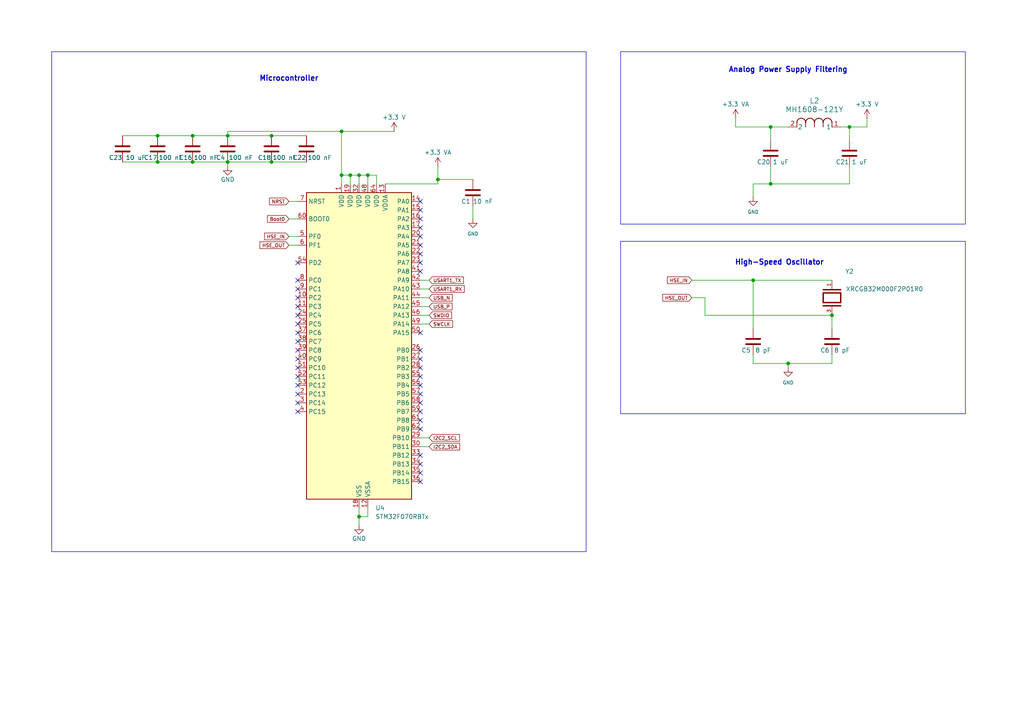
<source format=kicad_sch>
(kicad_sch (version 20231120) (generator "eeschema") (generator_version "8.0")
  (paper "A4")
  (title_block (title "Test1") (date "2024-04-30") (rev "v1") (company "InFlynn Technologies"))
  (lib_symbols
    (symbol "Device:C" (pin_numbers hide) (pin_names (offset 0.254))
      (property "Reference" "C" (at 0.635 2.54 0))
      (property "Value" "C" (at 0.635 -2.54 0))
      (symbol "C_0_1"
        (polyline (pts (xy -2.032 -0.762) (xy 2.032 -0.762)) (stroke (width 0.508)))
        (polyline (pts (xy -2.032 0.762) (xy 2.032 0.762)) (stroke (width 0.508)))
      )
      (symbol "C_1_1"
        (pin passive line (at 0 3.81 270) (length 2.794) (name "~") (number "1"))
        (pin passive line (at 0 -3.81 90) (length 2.794) (name "~") (number "2"))
      )
    )
    (symbol "MCU_ST_STM32F0:STM32F070RBTx"
      (property "Reference" "U" (at -15.24 46.99 0))
      (property "Value" "STM32F070RBTx" (at 10.16 46.99 0))
      (symbol "STM32F070RBTx_0_1"
        (rectangle (start -15.24 -43.18) (end 15.24 45.72) (stroke (width 0.254)) (fill (type background)))
      )
      (symbol "STM32F070RBTx_1_1"
        (pin power_in line (at -5.08 48.26 270) (length 2.54) (name "VDD") (number "1"))
        (pin bidirectional line (at -17.78 15.24 0) (length 2.54) (name "PC2") (number "10"))
        (pin bidirectional line (at -17.78 12.7 0) (length 2.54) (name "PC3") (number "11"))
        (pin power_in line (at 2.54 -45.72 90) (length 2.54) (name "VSSA") (number "12"))
        (pin power_in line (at 7.62 48.26 270) (length 2.54) (name "VDDA") (number "13"))
        (pin bidirectional line (at 17.78 43.18 180) (length 2.54) (name "PA0") (number "14"))
        (pin bidirectional line (at 17.78 40.64 180) (length 2.54) (name "PA1") (number "15"))
        (pin bidirectional line (at 17.78 38.1 180) (length 2.54) (name "PA2") (number "16"))
        (pin bidirectional line (at 17.78 35.56 180) (length 2.54) (name "PA3") (number "17"))
        (pin power_in line (at 0 -45.72 90) (length 2.54) (name "VSS") (number "18"))
        (pin power_in line (at -2.54 48.26 270) (length 2.54) (name "VDD") (number "19"))
        (pin bidirectional line (at -17.78 -12.7 0) (length 2.54) (name "PC13") (number "2"))
        (pin bidirectional line (at 17.78 33.02 180) (length 2.54) (name "PA4") (number "20"))
        (pin bidirectional line (at 17.78 30.48 180) (length 2.54) (name "PA5") (number "21"))
        (pin bidirectional line (at 17.78 27.94 180) (length 2.54) (name "PA6") (number "22"))
        (pin bidirectional line (at 17.78 25.4 180) (length 2.54) (name "PA7") (number "23"))
        (pin bidirectional line (at -17.78 10.16 0) (length 2.54) (name "PC4") (number "24"))
        (pin bidirectional line (at -17.78 7.62 0) (length 2.54) (name "PC5") (number "25"))
        (pin bidirectional line (at 17.78 0 180) (length 2.54) (name "PB0") (number "26"))
        (pin bidirectional line (at 17.78 -2.54 180) (length 2.54) (name "PB1") (number "27"))
        (pin bidirectional line (at 17.78 -5.08 180) (length 2.54) (name "PB2") (number "28"))
        (pin bidirectional line (at 17.78 -25.4 180) (length 2.54) (name "PB10") (number "29"))
        (pin bidirectional line (at -17.78 -15.24 0) (length 2.54) (name "PC14") (number "3"))
        (pin bidirectional line (at 17.78 -27.94 180) (length 2.54) (name "PB11") (number "30"))
        (pin passive line (at 0 -45.72 90) (length 2.54) hide (name "VSS") (number "31"))
        (pin power_in line (at 0 48.26 270) (length 2.54) (name "VDD") (number "32"))
        (pin bidirectional line (at 17.78 -30.48 180) (length 2.54) (name "PB12") (number "33"))
        (pin bidirectional line (at 17.78 -33.02 180) (length 2.54) (name "PB13") (number "34"))
        (pin bidirectional line (at 17.78 -35.56 180) (length 2.54) (name "PB14") (number "35"))
        (pin bidirectional line (at 17.78 -38.1 180) (length 2.54) (name "PB15") (number "36"))
        (pin bidirectional line (at -17.78 5.08 0) (length 2.54) (name "PC6") (number "37"))
        (pin bidirectional line (at -17.78 2.54 0) (length 2.54) (name "PC7") (number "38"))
        (pin bidirectional line (at -17.78 0 0) (length 2.54) (name "PC8") (number "39"))
        (pin bidirectional line (at -17.78 -17.78 0) (length 2.54) (name "PC15") (number "4"))
        (pin bidirectional line (at -17.78 -2.54 0) (length 2.54) (name "PC9") (number "40"))
        (pin bidirectional line (at 17.78 22.86 180) (length 2.54) (name "PA8") (number "41"))
        (pin bidirectional line (at 17.78 20.32 180) (length 2.54) (name "PA9") (number "42"))
        (pin bidirectional line (at 17.78 17.78 180) (length 2.54) (name "PA10") (number "43"))
        (pin bidirectional line (at 17.78 15.24 180) (length 2.54) (name "PA11") (number "44"))
        (pin bidirectional line (at 17.78 12.7 180) (length 2.54) (name "PA12") (number "45"))
        (pin bidirectional line (at 17.78 10.16 180) (length 2.54) (name "PA13") (number "46"))
        (pin passive line (at 0 -45.72 90) (length 2.54) hide (name "VSS") (number "47"))
        (pin power_in line (at 2.54 48.26 270) (length 2.54) (name "VDD") (number "48"))
        (pin bidirectional line (at 17.78 7.62 180) (length 2.54) (name "PA14") (number "49"))
        (pin bidirectional line (at -17.78 33.02 0) (length 2.54) (name "PF0") (number "5"))
        (pin bidirectional line (at 17.78 5.08 180) (length 2.54) (name "PA15") (number "50"))
        (pin bidirectional line (at -17.78 -5.08 0) (length 2.54) (name "PC10") (number "51"))
        (pin bidirectional line (at -17.78 -7.62 0) (length 2.54) (name "PC11") (number "52"))
        (pin bidirectional line (at -17.78 -10.16 0) (length 2.54) (name "PC12") (number "53"))
        (pin bidirectional line (at -17.78 25.4 0) (length 2.54) (name "PD2") (number "54"))
        (pin bidirectional line (at 17.78 -7.62 180) (length 2.54) (name "PB3") (number "55"))
        (pin bidirectional line (at 17.78 -10.16 180) (length 2.54) (name "PB4") (number "56"))
        (pin bidirectional line (at 17.78 -12.7 180) (length 2.54) (name "PB5") (number "57"))
        (pin bidirectional line (at 17.78 -15.24 180) (length 2.54) (name "PB6") (number "58"))
        (pin bidirectional line (at 17.78 -17.78 180) (length 2.54) (name "PB7") (number "59"))
        (pin bidirectional line (at -17.78 30.48 0) (length 2.54) (name "PF1") (number "6"))
        (pin input line (at -17.78 38.1 0) (length 2.54) (name "BOOT0") (number "60"))
        (pin bidirectional line (at 17.78 -20.32 180) (length 2.54) (name "PB8") (number "61"))
        (pin bidirectional line (at 17.78 -22.86 180) (length 2.54) (name "PB9") (number "62"))
        (pin passive line (at 0 -45.72 90) (length 2.54) hide (name "VSS") (number "63"))
        (pin power_in line (at 5.08 48.26 270) (length 2.54) (name "VDD") (number "64"))
        (pin input line (at -17.78 43.18 0) (length 2.54) (name "NRST") (number "7"))
        (pin bidirectional line (at -17.78 20.32 0) (length 2.54) (name "PC0") (number "8"))
        (pin bidirectional line (at -17.78 17.78 0) (length 2.54) (name "PC1") (number "9"))
      )
    )
    (symbol "MH1608_121Y:MH1608-121Y" (pin_names (offset 0.254))
      (property "Reference" "L2" (at 7.62 7.62 0))
      (property "Value" "MH1608-121Y" (at 7.62 5.08 0))
      (symbol "MH1608-121Y_1_1"
        (polyline (pts (xy 2.54 0) (xy 2.54 1.27)) (stroke (width 0.2032)))
        (polyline (pts (xy 5.08 0) (xy 5.08 1.27)) (stroke (width 0.2032)))
        (polyline (pts (xy 7.62 0) (xy 7.62 1.27)) (stroke (width 0.2032)))
        (polyline (pts (xy 10.16 0) (xy 10.16 1.27)) (stroke (width 0.2032)))
        (polyline (pts (xy 12.7 0) (xy 12.7 1.27)) (stroke (width 0.2032)))
        (arc (start 5.08 1.27) (mid 3.81 2.5344) (end 2.54 1.27) (stroke (width 0.254)))
        (arc (start 7.62 1.27) (mid 6.35 2.5344) (end 5.08 1.27) (stroke (width 0.254)))
        (arc (start 10.16 1.27) (mid 8.89 2.5344) (end 7.62 1.27) (stroke (width 0.254)))
        (arc (start 12.7 1.27) (mid 11.43 2.5344) (end 10.16 1.27) (stroke (width 0.254)))
        (pin passive line (at 15.24 0 180) (length 2.54) (name "1") (number "1"))
        (pin passive line (at 0 0 0) (length 2.54) (name "2") (number "2"))
      )
      (symbol "MH1608-121Y_1_2"
        (arc (start -1.27 5.08) (mid -2.5344 3.81) (end -1.27 2.54) (stroke (width 0.254)))
        (arc (start -1.27 7.62) (mid -2.5344 6.35) (end -1.27 5.08) (stroke (width 0.254)))
        (arc (start -1.27 10.16) (mid -2.5344 8.89) (end -1.27 7.62) (stroke (width 0.254)))
        (arc (start -1.27 12.7) (mid -2.5344 11.43) (end -1.27 10.16) (stroke (width 0.254)))
        (polyline (pts (xy 0 2.54) (xy -1.27 2.54)) (stroke (width 0.2032)))
        (polyline (pts (xy 0 5.08) (xy -1.27 5.08)) (stroke (width 0.2032)))
        (polyline (pts (xy 0 7.62) (xy -1.27 7.62)) (stroke (width 0.2032)))
        (polyline (pts (xy 0 10.16) (xy -1.27 10.16)) (stroke (width 0.2032)))
        (polyline (pts (xy 0 12.7) (xy -1.27 12.7)) (stroke (width 0.2032)))
        (pin unspecified line (at 0 15.24 270) (length 2.54) (name "1") (number "1"))
        (pin unspecified line (at 0 0 90) (length 2.54) (name "2") (number "2"))
      )
    )
    (symbol "XRCGB32M000F2P01R0:XRCGB32M000F2P01R0" (pin_names (offset 1.016))
      (property "Reference" "Y" (at -5.0878 3.8159 0))
      (property "Value" "XRCGB32M000F2P01R0" (at -5.0944 -5.0944 0))
      (symbol "XRCGB32M000F2P01R0_0_0"
        (polyline (pts (xy -2.3368 2.54) (xy -2.3368 -2.54)) (stroke (width 0.4064)))
        (polyline (pts (xy -1.397 2.54) (xy -1.397 -2.54)) (stroke (width 0.4064)))
        (polyline (pts (xy -1.397 2.54) (xy 1.397 2.54)) (stroke (width 0.4064)))
        (polyline (pts (xy 1.397 -2.54) (xy -1.397 -2.54)) (stroke (width 0.4064)))
        (polyline (pts (xy 1.397 2.54) (xy 1.397 -2.54)) (stroke (width 0.4064)))
        (polyline (pts (xy 2.3368 2.54) (xy 2.3368 -2.54)) (stroke (width 0.4064)))
        (pin passive line (at -5.08 0 0) (length 2.54) (name "~") (number "1"))
        (pin passive line (at 5.08 0 180) (length 2.54) (name "~") (number "3"))
      )
    )
    (symbol "power:+3V3" (power) (pin_numbers hide) (pin_names (offset 0) hide)
      (property "Value" "+3V3" (at 0 3.556 0))
      (symbol "+3V3_0_1"
        (polyline (pts (xy -0.762 1.27) (xy 0 2.54)))
        (polyline (pts (xy 0 0) (xy 0 2.54)))
        (polyline (pts (xy 0 2.54) (xy 0.762 1.27)))
      )
      (symbol "+3V3_1_1"
        (pin power_in line (at 0 0 90) (length 0) (name "~") (number "1"))
      )
    )
    (symbol "power:GND" (power) (pin_numbers hide) (pin_names (offset 0) hide)
      (property "Value" "GND" (at 0 -3.81 0))
      (symbol "GND_0_1"
        (polyline (pts (xy 0 0) (xy 0 -1.27) (xy 1.27 -1.27) (xy 0 -2.54) (xy -1.27 -1.27) (xy 0 -1.27)))
      )
      (symbol "GND_1_1"
        (pin power_in line (at 0 0 270) (length 0) (name "~") (number "1"))
      )
    )
  )
  (junction (at 55.88 39.37))
  (junction (at 223.52 53.34))
  (junction (at 218.44 81.28))
  (junction (at 101.6 50.8))
  (junction (at 66.04 39.37))
  (junction (at 99.06 50.8))
  (junction (at 104.14 50.8))
  (junction (at 223.52 36.83))
  (junction (at 127 52.07))
  (junction (at 45.72 39.37))
  (junction (at 104.14 149.86))
  (junction (at 55.88 46.99))
  (junction (at 45.72 46.99))
  (junction (at 106.68 50.8))
  (junction (at 228.6 105.41))
  (junction (at 99.06 38.1))
  (junction (at 78.74 46.99))
  (junction (at 246.38 36.83))
  (junction (at 78.74 39.37))
  (junction (at 66.04 46.99))
  (junction (at 241.3 91.44))
  (no_connect (at 121.92 116.84))
  (no_connect (at 121.92 114.3))
  (no_connect (at 121.92 106.68))
  (no_connect (at 121.92 71.12))
  (no_connect (at 86.36 88.9))
  (no_connect (at 121.92 76.2))
  (no_connect (at 121.92 121.92))
  (no_connect (at 121.92 68.58))
  (no_connect (at 121.92 78.74))
  (no_connect (at 86.36 114.3))
  (no_connect (at 121.92 132.08))
  (no_connect (at 86.36 86.36))
  (no_connect (at 86.36 104.14))
  (no_connect (at 121.92 101.6))
  (no_connect (at 121.92 63.5))
  (no_connect (at 86.36 111.76))
  (no_connect (at 121.92 124.46))
  (no_connect (at 86.36 76.2))
  (no_connect (at 121.92 137.16))
  (no_connect (at 86.36 81.28))
  (no_connect (at 86.36 116.84))
  (no_connect (at 86.36 119.38))
  (no_connect (at 86.36 109.22))
  (no_connect (at 121.92 119.38))
  (no_connect (at 121.92 111.76))
  (no_connect (at 86.36 96.52))
  (no_connect (at 121.92 139.7))
  (no_connect (at 121.92 60.96))
  (no_connect (at 86.36 83.82))
  (no_connect (at 121.92 109.22))
  (no_connect (at 86.36 93.98))
  (no_connect (at 121.92 96.52))
  (no_connect (at 121.92 104.14))
  (no_connect (at 121.92 58.42))
  (no_connect (at 121.92 134.62))
  (no_connect (at 86.36 99.06))
  (no_connect (at 121.92 73.66))
  (no_connect (at 86.36 106.68))
  (no_connect (at 121.92 66.04))
  (no_connect (at 86.36 101.6))
  (no_connect (at 86.36 91.44))
  (wire (pts (xy 204.47 86.36) (xy 200.66 86.36)))
  (wire (pts (xy 104.14 147.32) (xy 104.14 149.86)))
  (wire (pts (xy 137.16 59.69) (xy 137.16 63.5)))
  (wire (pts (xy 218.44 81.28) (xy 241.3 81.28)))
  (wire (pts (xy 121.92 81.28) (xy 124.46 81.28)))
  (wire (pts (xy 127 52.07) (xy 127 48.26)))
  (wire (pts (xy 99.06 50.8) (xy 99.06 53.34)))
  (wire (pts (xy 241.3 105.41) (xy 241.3 102.87)))
  (wire (pts (xy 200.66 81.28) (xy 218.44 81.28)))
  (wire (pts (xy 66.04 38.1) (xy 99.06 38.1)))
  (wire (pts (xy 106.68 53.34) (xy 106.68 50.8)))
  (wire (pts (xy 218.44 105.41) (xy 218.44 102.87)))
  (wire (pts (xy 218.44 81.28) (xy 218.44 95.25)))
  (wire (pts (xy 246.38 53.34) (xy 223.52 53.34)))
  (wire (pts (xy 99.06 50.8) (xy 101.6 50.8)))
  (wire (pts (xy 83.82 68.58) (xy 86.36 68.58)))
  (wire (pts (xy 246.38 48.26) (xy 246.38 53.34)))
  (wire (pts (xy 228.6 36.83) (xy 223.52 36.83)))
  (wire (pts (xy 213.36 34.29) (xy 213.36 36.83)))
  (wire (pts (xy 111.76 53.34) (xy 127 53.34)))
  (wire (pts (xy 218.44 57.15) (xy 218.44 53.34)))
  (wire (pts (xy 241.3 105.41) (xy 228.6 105.41)))
  (wire (pts (xy 121.92 88.9) (xy 124.46 88.9)))
  (wire (pts (xy 45.72 39.37) (xy 55.88 39.37)))
  (wire (pts (xy 99.06 38.1) (xy 114.3 38.1)))
  (wire (pts (xy 55.88 46.99) (xy 66.04 46.99)))
  (wire (pts (xy 35.56 46.99) (xy 45.72 46.99)))
  (wire (pts (xy 45.72 46.99) (xy 55.88 46.99)))
  (wire (pts (xy 121.92 91.44) (xy 124.46 91.44)))
  (wire (pts (xy 83.82 63.5) (xy 86.36 63.5)))
  (wire (pts (xy 106.68 50.8) (xy 104.14 50.8)))
  (wire (pts (xy 127 52.07) (xy 137.16 52.07)))
  (wire (pts (xy 246.38 36.83) (xy 246.38 40.64)))
  (wire (pts (xy 99.06 38.1) (xy 99.06 50.8)))
  (wire (pts (xy 241.3 95.25) (xy 241.3 91.44)))
  (wire (pts (xy 228.6 105.41) (xy 228.6 106.68)))
  (wire (pts (xy 223.52 48.26) (xy 223.52 53.34)))
  (wire (pts (xy 251.46 36.83) (xy 246.38 36.83)))
  (wire (pts (xy 223.52 36.83) (xy 223.52 40.64)))
  (wire (pts (xy 127 53.34) (xy 127 52.07)))
  (wire (pts (xy 106.68 147.32) (xy 106.68 149.86)))
  (wire (pts (xy 121.92 127) (xy 124.46 127)))
  (wire (pts (xy 66.04 38.1) (xy 66.04 39.37)))
  (wire (pts (xy 66.04 46.99) (xy 66.04 48.26)))
  (wire (pts (xy 78.74 39.37) (xy 88.9 39.37)))
  (wire (pts (xy 35.56 39.37) (xy 45.72 39.37)))
  (wire (pts (xy 83.82 71.12) (xy 86.36 71.12)))
  (wire (pts (xy 66.04 39.37) (xy 78.74 39.37)))
  (wire (pts (xy 251.46 34.29) (xy 251.46 36.83)))
  (wire (pts (xy 121.92 129.54) (xy 124.46 129.54)))
  (wire (pts (xy 218.44 53.34) (xy 223.52 53.34)))
  (wire (pts (xy 109.22 53.34) (xy 109.22 50.8)))
  (wire (pts (xy 228.6 105.41) (xy 218.44 105.41)))
  (wire (pts (xy 104.14 149.86) (xy 106.68 149.86)))
  (wire (pts (xy 121.92 93.98) (xy 124.46 93.98)))
  (wire (pts (xy 104.14 152.4) (xy 104.14 149.86)))
  (wire (pts (xy 104.14 53.34) (xy 104.14 50.8)))
  (wire (pts (xy 109.22 50.8) (xy 106.68 50.8)))
  (wire (pts (xy 55.88 39.37) (xy 66.04 39.37)))
  (wire (pts (xy 121.92 86.36) (xy 124.46 86.36)))
  (wire (pts (xy 78.74 46.99) (xy 88.9 46.99)))
  (wire (pts (xy 204.47 91.44) (xy 204.47 86.36)))
  (wire (pts (xy 101.6 53.34) (xy 101.6 50.8)))
  (wire (pts (xy 83.82 58.42) (xy 86.36 58.42)))
  (wire (pts (xy 104.14 50.8) (xy 101.6 50.8)))
  (wire (pts (xy 213.36 36.83) (xy 223.52 36.83)))
  (wire (pts (xy 66.04 46.99) (xy 78.74 46.99)))
  (wire (pts (xy 243.84 36.83) (xy 246.38 36.83)))
  (wire (pts (xy 204.47 91.44) (xy 241.3 91.44)))
  (wire (pts (xy 121.92 83.82) (xy 124.46 83.82)))
  (rectangle (start 180 15) (end 280 65))
  (rectangle (start 180 70) (end 280 120))
  (rectangle (start 15 15) (end 170 160))
  (text "Analog Power Supply Filtering" (at 228.6 20.32 0) (effects (font (size 1.5 1.5) (thickness 0.3) (bold yes))))
  (text "High-Speed Oscillator" (at 226.06 76.2 0) (effects (font (size 1.5 1.5) (thickness 0.3) (bold yes))))
  (text "Microcontroller" (at 83.82 22.86 0) (effects (font (size 1.5 1.5) (thickness 0.3) (bold yes))))
  (global_label "HSE_OUT" (shape input) (at 83.82 71.12 180) (effects (font (size 1 1))) (property "Intersheetrefs" "${INTERSHEET_REFS}" (effects (hide yes))))
  (global_label "I2C2_SDA" (shape input) (at 124.46 129.54 0) (effects (font (size 1 1))) (property "Intersheetrefs" "${INTERSHEET_REFS}" (effects (hide yes))))
  (global_label "USB_P" (shape input) (at 124.46 88.9 0) (effects (font (size 1 1))) (property "Intersheetrefs" "${INTERSHEET_REFS}" (effects (hide yes))))
  (global_label "SWCLK" (shape input) (at 124.46 93.98 0) (effects (font (size 1 1))) (property "Intersheetrefs" "${INTERSHEET_REFS}" (effects (hide yes))))
  (global_label "I2C2_SCL" (shape input) (at 124.46 127 0) (effects (font (size 1 1))) (property "Intersheetrefs" "${INTERSHEET_REFS}" (effects (hide yes))))
  (global_label "Boot0" (shape input) (at 83.82 63.5 180) (effects (font (size 1 1))) (property "Intersheetrefs" "${INTERSHEET_REFS}" (effects (hide yes))))
  (global_label "USB_N" (shape input) (at 124.46 86.36 0) (effects (font (size 1 1))) (property "Intersheetrefs" "${INTERSHEET_REFS}" (effects (hide yes))))
  (global_label "USART1_TX" (shape input) (at 124.46 81.28 0) (effects (font (size 1 1))) (property "Intersheetrefs" "${INTERSHEET_REFS}" (effects (hide yes))))
  (global_label "SWDIO" (shape input) (at 124.46 91.44 0) (effects (font (size 1 1))) (property "Intersheetrefs" "${INTERSHEET_REFS}" (effects (hide yes))))
  (global_label "HSE_IN" (shape input) (at 83.82 68.58 180) (effects (font (size 1 1))) (property "Intersheetrefs" "${INTERSHEET_REFS}" (effects (hide yes))))
  (global_label "NRST" (shape input) (at 83.82 58.42 180) (effects (font (size 1 1))) (property "Intersheetrefs" "${INTERSHEET_REFS}" (effects (hide yes))))
  (global_label "USART1_RX" (shape input) (at 124.46 83.82 0) (effects (font (size 1 1))) (property "Intersheetrefs" "${INTERSHEET_REFS}" (effects (hide yes))))
  (global_label "HSE_OUT" (shape input) (at 200.66 86.36 180) (effects (font (size 1 1))) (property "Intersheetrefs" "${INTERSHEET_REFS}" (effects (hide yes))))
  (global_label "HSE_IN" (shape input) (at 200.66 81.28 180) (effects (font (size 1 1))) (property "Intersheetrefs" "${INTERSHEET_REFS}" (effects (hide yes))))
  (symbol (lib_id "power:+3V3") (at 251.46 34.29 0) (unit 1)
    (property "Reference" "#PWR053" (effects (hide yes)))
    (property "Value" "+3.3 V" (at 251.46 30.226 0))
    (property "Description" "Power symbol creates a global label with name \"+3V3\"" (effects (hide yes)))
  )
  (symbol (lib_id "Device:C") (at 66.04 43.18 180) (unit 1)
    (property "Reference" "C4" (at 64.008 45.72 0))
    (property "Value" "100 nF" (at 69.85 45.72 0))
    (property "Footprint" "Capacitor_SMD:C_0805_2012Metric" (effects (hide yes)))
    (property "Description" "Unpolarized capacitor" (effects (hide yes)))
  )
  (symbol (lib_id "power:GND") (at 66.04 48.26 0) (unit 1)
    (property "Reference" "#PWR038" (effects (hide yes)))
    (property "Value" "GND" (at 66.04 52.07 0))
    (property "Description" "Power symbol creates a global label with name \"GND\" , ground" (effects (hide yes)))
  )
  (symbol (lib_id "power:GND") (at 137.16 63.5 0) (unit 1)
    (property "Reference" "#PWR02" (effects (hide yes)))
    (property "Value" "GND" (at 137.16 67.818 0) (effects (font (size 1 1))))
    (property "Description" "Power symbol creates a global label with name \"GND\" , ground" (effects (hide yes)))
  )
  (symbol (lib_id "power:+3V3") (at 114.3 38.1 0) (unit 1)
    (property "Reference" "#PWR037" (effects (hide yes)))
    (property "Value" "+3.3 V" (at 114.3 34.036 0))
    (property "Description" "Power symbol creates a global label with name \"+3V3\"" (effects (hide yes)))
  )
  (symbol (lib_id "Device:C") (at 55.88 43.18 180) (unit 1)
    (property "Reference" "C16" (at 53.848 45.72 0))
    (property "Value" "100 nF" (at 59.69 45.72 0))
    (property "Footprint" "Capacitor_SMD:C_0805_2012Metric" (effects (hide yes)))
    (property "Description" "Unpolarized capacitor" (effects (hide yes)))
  )
  (symbol (lib_id "power:GND") (at 218.44 57.15 0) (unit 1)
    (property "Reference" "#PWR052" (effects (hide yes)))
    (property "Value" "GND" (at 218.44 61.468 0) (effects (font (size 1 1))))
    (property "Description" "Power symbol creates a global label with name \"GND\" , ground" (effects (hide yes)))
  )
  (symbol (lib_id "Device:C") (at 45.72 43.18 180) (unit 1)
    (property "Reference" "C17" (at 43.688 45.72 0))
    (property "Value" "100 nF" (at 49.53 45.72 0))
    (property "Footprint" "Capacitor_SMD:C_0805_2012Metric" (effects (hide yes)))
    (property "Description" "Unpolarized capacitor" (effects (hide yes)))
  )
  (symbol (lib_id "Device:C") (at 246.38 44.45 180) (unit 1)
    (property "Reference" "C21" (at 244.348 46.99 0))
    (property "Value" "1 uF" (at 249.301 46.99 0))
    (property "Footprint" "Capacitor_SMD:C_0805_2012Metric" (effects (hide yes)))
    (property "Description" "Unpolarized capacitor" (effects (hide yes)))
  )
  (symbol (lib_id "Device:C") (at 137.16 55.88 180) (unit 1)
    (property "Reference" "C1" (at 135.128 58.42 0))
    (property "Value" "10 nF" (at 140.081 58.42 0))
    (property "Footprint" "Capacitor_SMD:C_0805_2012Metric" (effects (hide yes)))
    (property "Description" "Unpolarized capacitor" (effects (hide yes)))
  )
  (symbol (lib_id "MH1608_121Y:MH1608-121Y") (at 228.6 36.83 0) (unit 1)
    (property "Reference" "L2" (at 236.22 29.21 0) (effects (font (size 1.524 1.524))))
    (property "Value" "MH1608-121Y" (at 236.22 31.75 0) (effects (font (size 1.524 1.524))))
    (property "Footprint" "MH1608:IND_BOURNS_MH1608" (effects (hide yes)))
    (property "Datasheet" "MH1608-121Y" (effects (hide yes)))
  )
  (symbol (lib_id "Device:C") (at 223.52 44.45 180) (unit 1)
    (property "Reference" "C20" (at 221.488 46.99 0))
    (property "Value" "1 uF" (at 226.441 46.99 0))
    (property "Footprint" "Capacitor_SMD:C_0805_2012Metric" (effects (hide yes)))
    (property "Description" "Unpolarized capacitor" (effects (hide yes)))
  )
  (symbol (lib_id "power:GND") (at 228.6 106.68 0) (unit 1)
    (property "Reference" "#PWR019" (effects (hide yes)))
    (property "Value" "GND" (at 228.6 110.998 0) (effects (font (size 1 1))))
    (property "Description" "Power symbol creates a global label with name \"GND\" , ground" (effects (hide yes)))
  )
  (symbol (lib_id "Device:C") (at 88.9 43.18 180) (unit 1)
    (property "Reference" "C22" (at 86.868 45.72 0))
    (property "Value" "100 nF" (at 92.71 45.72 0))
    (property "Footprint" "Capacitor_SMD:C_0805_2012Metric" (effects (hide yes)))
    (property "Description" "Unpolarized capacitor" (effects (hide yes)))
  )
  (symbol (lib_id "Device:C") (at 241.3 99.06 180) (unit 1)
    (property "Reference" "C6" (at 239.268 101.6 0))
    (property "Value" "8 pF" (at 244.221 101.6 0))
    (property "Footprint" "Capacitor_SMD:C_0805_2012Metric" (effects (hide yes)))
    (property "Description" "Unpolarized capacitor" (effects (hide yes)))
  )
  (symbol (lib_id "Device:C") (at 218.44 99.06 180) (unit 1)
    (property "Reference" "C5" (at 216.408 101.6 0))
    (property "Value" "8 pF" (at 221.361 101.6 0))
    (property "Footprint" "Capacitor_SMD:C_0805_2012Metric" (effects (hide yes)))
    (property "Description" "Unpolarized capacitor" (effects (hide yes)))
  )
  (symbol (lib_id "Device:C") (at 35.56 43.18 180) (unit 1)
    (property "Reference" "C23" (at 33.528 45.72 0))
    (property "Value" "10 uF" (at 39.37 45.72 0))
    (property "Footprint" "Capacitor_SMD:C_0805_2012Metric" (effects (hide yes)))
    (property "Description" "Unpolarized capacitor" (effects (hide yes)))
  )
  (symbol (lib_id "MCU_ST_STM32F0:STM32F070RBTx") (at 104.14 101.6 0) (unit 1)
    (property "Reference" "U4" (at 108.8741 147.32 0) (effects (justify left)))
    (property "Value" "STM32F070RBTx" (at 108.8741 149.86 0) (effects (justify left)))
    (property "Footprint" "Package_QFP:LQFP-64_10x10mm_P0.5mm" (effects (hide yes)))
    (property "Datasheet" "https://www.st.com/resource/en/datasheet/stm32f070rb.pdf" (effects (hide yes)))
    (property "Description" "STMicroelectronics Arm Cortex-M0 MCU, 128KB flash, 16KB RAM, 48 MHz, 2.4-3.6V, 51 GPIO, LQFP64" (effects (hide yes)))
  )
  (symbol (lib_id "power:GND") (at 104.14 152.4 0) (unit 1)
    (property "Reference" "#PWR034" (effects (hide yes)))
    (property "Value" "GND" (at 104.14 156.21 0))
    (property "Description" "Power symbol creates a global label with name \"GND\" , ground" (effects (hide yes)))
  )
  (symbol (lib_id "power:+3V3") (at 213.36 34.29 0) (unit 1)
    (property "Reference" "#PWR051" (effects (hide yes)))
    (property "Value" "+3.3 VA" (at 213.36 30.226 0))
    (property "Description" "Power symbol creates a global label with name \"+3V3\"" (effects (hide yes)))
  )
  (symbol (lib_id "power:+3V3") (at 127 48.26 0) (unit 1)
    (property "Reference" "#PWR047" (effects (hide yes)))
    (property "Value" "+3.3 VA" (at 127 44.196 0))
    (property "Description" "Power symbol creates a global label with name \"+3V3\"" (effects (hide yes)))
  )
  (symbol (lib_id "Device:C") (at 78.74 43.18 180) (unit 1)
    (property "Reference" "C18" (at 76.708 45.72 0))
    (property "Value" "100 nF" (at 82.55 45.72 0))
    (property "Footprint" "Capacitor_SMD:C_0805_2012Metric" (effects (hide yes)))
    (property "Description" "Unpolarized capacitor" (effects (hide yes)))
  )
  (symbol (lib_id "XRCGB32M000F2P01R0:XRCGB32M000F2P01R0") (at 241.3 86.36 270) (unit 1)
    (property "Reference" "Y2" (at 246.38 78.74 90))
    (property "Value" "XRCGB32M000F2P01R0" (at 256.54 83.82 90))
    (property "Footprint" "XRCGB32M000F2P01R0:OSC_XRCGB32M000F2P01R0" (effects (hide yes)))
    (property "PARTREV" "N/A" (effects (hide yes)))
    (property "MANUFACTURER" "Murata Electronics" (effects (hide yes)))
    (property "MAXIMUM_PACKAGE_HEIGHT" "0.7 mm" (effects (hide yes)))
    (property "STANDARD" "Manufacturer Recommendations" (effects (hide yes)))
  )
)
</source>
